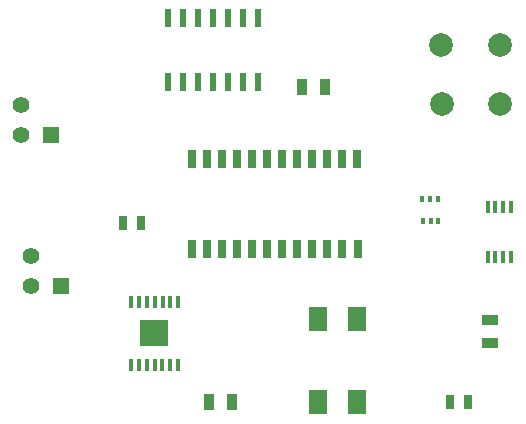
<source format=gts>
G04 (created by PCBNEW (2013-07-07 BZR 4022)-stable) date 1/28/2014 1:23:19 PM*
%MOIN*%
G04 Gerber Fmt 3.4, Leading zero omitted, Abs format*
%FSLAX34Y34*%
G01*
G70*
G90*
G04 APERTURE LIST*
%ADD10C,0.00590551*%
%ADD11R,0.055X0.055*%
%ADD12C,0.055*%
%ADD13R,0.03X0.06*%
%ADD14R,0.06X0.08*%
%ADD15R,0.055X0.035*%
%ADD16R,0.035X0.055*%
%ADD17R,0.025X0.045*%
%ADD18R,0.0216535X0.0590551*%
%ADD19R,0.0149606X0.0409449*%
%ADD20R,0.0165354X0.023622*%
%ADD21R,0.0944882X0.0905512*%
%ADD22R,0.011811X0.0393701*%
%ADD23C,0.0787402*%
G04 APERTURE END LIST*
G54D10*
G54D11*
X64950Y-43500D03*
G54D12*
X63950Y-43500D03*
X63950Y-42500D03*
G54D11*
X65300Y-48550D03*
G54D12*
X64300Y-48550D03*
X64300Y-47550D03*
G54D13*
X69650Y-47300D03*
X70150Y-47300D03*
X70650Y-47300D03*
X71150Y-47300D03*
X71650Y-47300D03*
X72150Y-47300D03*
X72650Y-47300D03*
X73150Y-47300D03*
X73650Y-47300D03*
X74150Y-47300D03*
X74650Y-47300D03*
X75200Y-47300D03*
X69650Y-44300D03*
X70150Y-44300D03*
X70650Y-44300D03*
X71150Y-44300D03*
X71650Y-44300D03*
X72150Y-44300D03*
X72650Y-44300D03*
X73150Y-44300D03*
X73650Y-44300D03*
X74150Y-44300D03*
X74650Y-44300D03*
X75150Y-44300D03*
G54D14*
X75150Y-52400D03*
X73850Y-52400D03*
X75150Y-49650D03*
X73850Y-49650D03*
G54D15*
X79600Y-50425D03*
X79600Y-49675D03*
G54D16*
X70975Y-52400D03*
X70225Y-52400D03*
X73325Y-41900D03*
X74075Y-41900D03*
G54D17*
X78250Y-52400D03*
X78850Y-52400D03*
X67350Y-46450D03*
X67950Y-46450D03*
G54D18*
X68850Y-41750D03*
X69350Y-41750D03*
X69850Y-41750D03*
X70350Y-41750D03*
X70850Y-41750D03*
X71350Y-41750D03*
X71850Y-41750D03*
X71850Y-39620D03*
X71350Y-39620D03*
X70850Y-39620D03*
X70350Y-39620D03*
X69850Y-39620D03*
X69350Y-39620D03*
X68850Y-39620D03*
G54D19*
X79510Y-47580D03*
X79770Y-47580D03*
X80030Y-47580D03*
X80290Y-47580D03*
X80290Y-45920D03*
X80030Y-45920D03*
X79770Y-45920D03*
X79510Y-45920D03*
G54D20*
X77860Y-45630D03*
X77600Y-45630D03*
X77340Y-45630D03*
X77350Y-46370D03*
X77610Y-46370D03*
X77870Y-46370D03*
G54D21*
X68400Y-50100D03*
G54D22*
X67630Y-51180D03*
X67890Y-51180D03*
X68150Y-51180D03*
X68410Y-51180D03*
X68670Y-51180D03*
X68930Y-51180D03*
X69190Y-51180D03*
X69200Y-49080D03*
X68940Y-49080D03*
X68680Y-49080D03*
X68420Y-49080D03*
X68160Y-49080D03*
X67900Y-49080D03*
X67640Y-49080D03*
G54D23*
X79930Y-42480D03*
X77990Y-42480D03*
X79930Y-40520D03*
X77970Y-40520D03*
M02*

</source>
